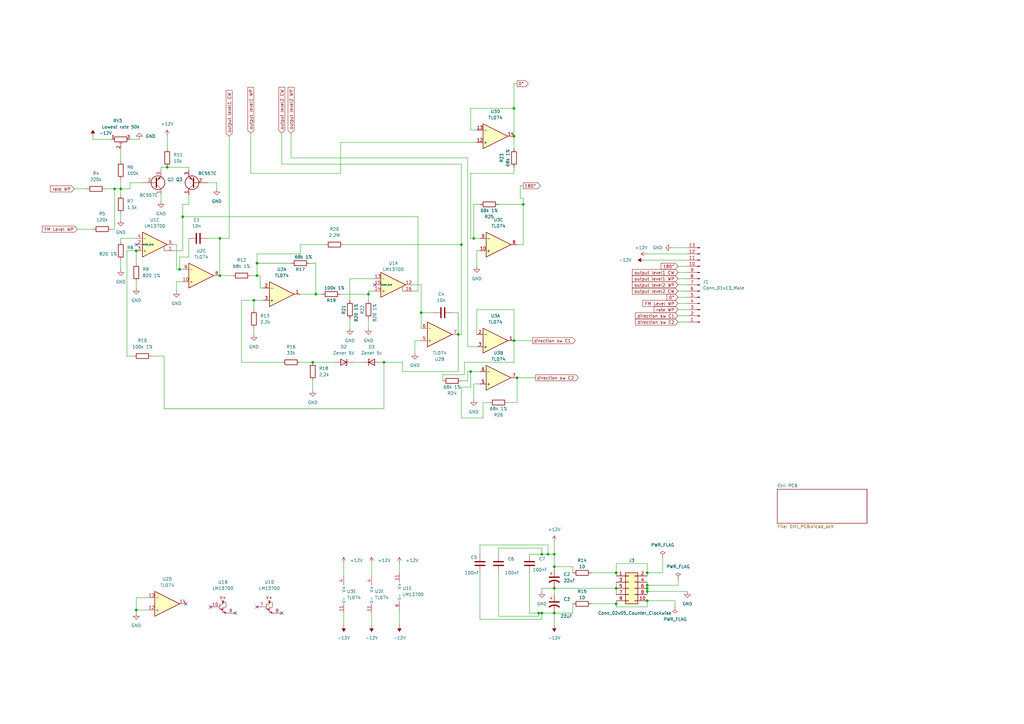
<source format=kicad_sch>
(kicad_sch (version 20211123) (generator eeschema)
  (paper "A3")
  (title_block (title "qudrature lfo yusynth") (date "2023-02-01") (comment 1 "adaptation eurorack"))
  (lib_symbols
    (symbol "Amplifier_Operational:LM13700" (pin_names (offset 0.127))
      (property "Reference" "U" (at 3.81 5.08 0))
      (property "Value" "LM13700" (at 5.08 -5.08 0))
      (symbol "LM13700_1_1"
        (polyline (pts (xy 3.81 -0.635) (xy 3.81 -2.54) (xy 5.08 -2.54)))
        (polyline (pts (xy 5.08 0) (xy -5.08 -5.08) (xy -5.08 5.08) (xy 5.08 0)) (stroke (width 0.254)) (fill (type background)))
        (pin output line (at 7.62 0 180) (length 2.54) (name "~") (number "12"))
        (pin input line (at -7.62 2.54 0) (length 2.54) (name "-") (number "13"))
        (pin input line (at -7.62 -2.54 0) (length 2.54) (name "+") (number "14"))
        (pin input line (at -7.62 0 0) (length 2.54) (name "DIODE_BIAS") (number "15"))
        (pin input line (at 7.62 -2.54 180) (length 2.54) (name "~") (number "16"))
      )
      (symbol "LM13700_2_0"
        (polyline (pts (xy -1.905 2.54) (xy -3.175 2.54)))
      )
      (symbol "LM13700_2_1"
        (circle (center -2.54 1.905) (radius 0.254) (stroke (width 0.254)) (fill (type outline)))
        (polyline (pts (xy -3.81 -0.635) (xy -2.54 -1.27)))
        (polyline (pts (xy -3.81 1.27) (xy -3.81 -1.27)))
        (polyline (pts (xy -2.54 -1.905) (xy -1.27 -2.54)))
        (polyline (pts (xy -2.54 0) (xy -2.54 -2.54)))
        (polyline (pts (xy -3.81 0.635) (xy -2.54 1.27) (xy -2.54 1.905) (xy -2.54 2.54)))
        (polyline (pts (xy -2.54 -1.27) (xy -3.175 -0.635) (xy -3.175 -1.27) (xy -2.54 -1.27)) (fill (type outline)))
        (polyline (pts (xy -2.54 -0.635) (xy -1.27 0) (xy -1.27 1.905) (xy -2.54 1.905)))
        (polyline (pts (xy -1.27 -2.54) (xy -1.905 -1.905) (xy -1.905 -2.54) (xy -1.27 -2.54)) (fill (type outline)))
        (text "V+" (at -2.54 3.81 0) (effects (font (size 1.27 1.27))))
        (pin input line (at -7.62 0 0) (length 3.81) (name "~") (number "10"))
        (pin output line (at 2.54 -2.54 180) (length 3.81) (name "~") (number "9"))
      )
      (symbol "LM13700_3_1"
        (polyline (pts (xy 3.81 -0.635) (xy 3.81 -2.54) (xy 5.08 -2.54)))
        (polyline (pts (xy 5.08 0) (xy -5.08 -5.08) (xy -5.08 5.08) (xy 5.08 0)) (stroke (width 0.254)) (fill (type background)))
        (pin input line (at 7.62 -2.54 180) (length 2.54) (name "~") (number "1"))
        (pin input line (at -7.62 0 0) (length 2.54) (name "DIODE_BIAS") (number "2"))
        (pin input line (at -7.62 -2.54 0) (length 2.54) (name "+") (number "3"))
        (pin input line (at -7.62 2.54 0) (length 2.54) (name "-") (number "4"))
        (pin output line (at 7.62 0 180) (length 2.54) (name "~") (number "5"))
      )
      (symbol "LM13700_4_0"
        (polyline (pts (xy -3.175 2.54) (xy -1.905 2.54)))
        (text "V+" (at -2.54 3.81 0) (effects (font (size 1.27 1.27))))
      )
      (symbol "LM13700_4_1"
        (circle (center -2.54 1.905) (radius 0.254) (stroke (width 0.254)) (fill (type outline)))
        (polyline (pts (xy -3.81 -0.635) (xy -2.54 -1.27)))
        (polyline (pts (xy -3.81 1.27) (xy -3.81 -1.27)))
        (polyline (pts (xy -2.54 -1.905) (xy -1.27 -2.54)))
        (polyline (pts (xy -2.54 0) (xy -2.54 -2.54)))
        (polyline (pts (xy -3.81 0.635) (xy -2.54 1.27) (xy -2.54 2.54)))
        (polyline (pts (xy -2.54 -1.27) (xy -3.175 -0.635) (xy -3.175 -1.27) (xy -2.54 -1.27)) (fill (type outline)))
        (polyline (pts (xy -2.54 -0.635) (xy -1.27 0) (xy -1.27 1.905) (xy -2.54 1.905)))
        (polyline (pts (xy -1.27 -2.54) (xy -1.905 -1.905) (xy -1.905 -2.54) (xy -1.27 -2.54)) (fill (type outline)))
        (pin input line (at -7.62 0 0) (length 3.81) (name "~") (number "7"))
        (pin output line (at 2.54 -2.54 180) (length 3.81) (name "~") (number "8"))
      )
      (symbol "LM13700_5_1"
        (pin power_in line (at -2.54 7.62 270) (length 3.81) (name "V+") (number "11"))
        (pin power_in line (at -2.54 -7.62 90) (length 3.81) (name "V-") (number "6"))
      )
    )
    (symbol "Amplifier_Operational:TL074" (pin_names (offset 0.127))
      (property "Reference" "U" (at 0 5.08 0))
      (property "Value" "TL074" (at 0 -5.08 0))
      (symbol "TL074_1_1"
        (polyline (pts (xy -5.08 5.08) (xy 5.08 0) (xy -5.08 -5.08) (xy -5.08 5.08)) (stroke (width 0.254)) (fill (type background)))
        (pin output line (at 7.62 0 180) (length 2.54) (name "~") (number "1"))
        (pin input line (at -7.62 -2.54 0) (length 2.54) (name "-") (number "2"))
        (pin input line (at -7.62 2.54 0) (length 2.54) (name "+") (number "3"))
      )
      (symbol "TL074_2_1"
        (polyline (pts (xy -5.08 5.08) (xy 5.08 0) (xy -5.08 -5.08) (xy -5.08 5.08)) (stroke (width 0.254)) (fill (type background)))
        (pin input line (at -7.62 2.54 0) (length 2.54) (name "+") (number "5"))
        (pin input line (at -7.62 -2.54 0) (length 2.54) (name "-") (number "6"))
        (pin output line (at 7.62 0 180) (length 2.54) (name "~") (number "7"))
      )
      (symbol "TL074_3_1"
        (polyline (pts (xy -5.08 5.08) (xy 5.08 0) (xy -5.08 -5.08) (xy -5.08 5.08)) (stroke (width 0.254)) (fill (type background)))
        (pin input line (at -7.62 2.54 0) (length 2.54) (name "+") (number "10"))
        (pin output line (at 7.62 0 180) (length 2.54) (name "~") (number "8"))
        (pin input line (at -7.62 -2.54 0) (length 2.54) (name "-") (number "9"))
      )
      (symbol "TL074_4_1"
        (polyline (pts (xy -5.08 5.08) (xy 5.08 0) (xy -5.08 -5.08) (xy -5.08 5.08)) (stroke (width 0.254)) (fill (type background)))
        (pin input line (at -7.62 2.54 0) (length 2.54) (name "+") (number "12"))
        (pin input line (at -7.62 -2.54 0) (length 2.54) (name "-") (number "13"))
        (pin output line (at 7.62 0 180) (length 2.54) (name "~") (number "14"))
      )
      (symbol "TL074_5_1"
        (pin power_in line (at -2.54 -7.62 90) (length 3.81) (name "V-") (number "11"))
        (pin power_in line (at -2.54 7.62 270) (length 3.81) (name "V+") (number "4"))
      )
    )
    (symbol "Connector:Conn_01x13_Male" (pin_names (offset 1.016) hide)
      (property "Reference" "J" (at 0 17.78 0))
      (property "Value" "Conn_01x13_Male" (at 0 -17.78 0))
      (symbol "Conn_01x13_Male_1_1"
        (polyline (pts (xy 1.27 -15.24) (xy 0.8636 -15.24)) (stroke (width 0.1524)))
        (polyline (pts (xy 1.27 -12.7) (xy 0.8636 -12.7)) (stroke (width 0.1524)))
        (polyline (pts (xy 1.27 -10.16) (xy 0.8636 -10.16)) (stroke (width 0.1524)))
        (polyline (pts (xy 1.27 -7.62) (xy 0.8636 -7.62)) (stroke (width 0.1524)))
        (polyline (pts (xy 1.27 -5.08) (xy 0.8636 -5.08)) (stroke (width 0.1524)))
        (polyline (pts (xy 1.27 -2.54) (xy 0.8636 -2.54)) (stroke (width 0.1524)))
        (polyline (pts (xy 1.27 0) (xy 0.8636 0)) (stroke (width 0.1524)))
        (polyline (pts (xy 1.27 2.54) (xy 0.8636 2.54)) (stroke (width 0.1524)))
        (polyline (pts (xy 1.27 5.08) (xy 0.8636 5.08)) (stroke (width 0.1524)))
        (polyline (pts (xy 1.27 7.62) (xy 0.8636 7.62)) (stroke (width 0.1524)))
        (polyline (pts (xy 1.27 10.16) (xy 0.8636 10.16)) (stroke (width 0.1524)))
        (polyline (pts (xy 1.27 12.7) (xy 0.8636 12.7)) (stroke (width 0.1524)))
        (polyline (pts (xy 1.27 15.24) (xy 0.8636 15.24)) (stroke (width 0.1524)))
        (rectangle (start 0.8636 -15.113) (end 0 -15.367) (stroke (width 0.1524)) (fill (type outline)))
        (rectangle (start 0.8636 -12.573) (end 0 -12.827) (stroke (width 0.1524)) (fill (type outline)))
        (rectangle (start 0.8636 -10.033) (end 0 -10.287) (stroke (width 0.1524)) (fill (type outline)))
        (rectangle (start 0.8636 -7.493) (end 0 -7.747) (stroke (width 0.1524)) (fill (type outline)))
        (rectangle (start 0.8636 -4.953) (end 0 -5.207) (stroke (width 0.1524)) (fill (type outline)))
        (rectangle (start 0.8636 -2.413) (end 0 -2.667) (stroke (width 0.1524)) (fill (type outline)))
        (rectangle (start 0.8636 0.127) (end 0 -0.127) (stroke (width 0.1524)) (fill (type outline)))
        (rectangle (start 0.8636 2.667) (end 0 2.413) (stroke (width 0.1524)) (fill (type outline)))
        (rectangle (start 0.8636 5.207) (end 0 4.953) (stroke (width 0.1524)) (fill (type outline)))
        (rectangle (start 0.8636 7.747) (end 0 7.493) (stroke (width 0.1524)) (fill (type outline)))
        (rectangle (start 0.8636 10.287) (end 0 10.033) (stroke (width 0.1524)) (fill (type outline)))
        (rectangle (start 0.8636 12.827) (end 0 12.573) (stroke (width 0.1524)) (fill (type outline)))
        (rectangle (start 0.8636 15.367) (end 0 15.113) (stroke (width 0.1524)) (fill (type outline)))
        (pin passive line (at 5.08 15.24 180) (length 3.81) (name "Pin_1") (number "1"))
        (pin passive line (at 5.08 -7.62 180) (length 3.81) (name "Pin_10") (number "10"))
        (pin passive line (at 5.08 -10.16 180) (length 3.81) (name "Pin_11") (number "11"))
        (pin passive line (at 5.08 -12.7 180) (length 3.81) (name "Pin_12") (number "12"))
        (pin passive line (at 5.08 -15.24 180) (length 3.81) (name "Pin_13") (number "13"))
        (pin passive line (at 5.08 12.7 180) (length 3.81) (name "Pin_2") (number "2"))
        (pin passive line (at 5.08 10.16 180) (length 3.81) (name "Pin_3") (number "3"))
        (pin passive line (at 5.08 7.62 180) (length 3.81) (name "Pin_4") (number "4"))
        (pin passive line (at 5.08 5.08 180) (length 3.81) (name "Pin_5") (number "5"))
        (pin passive line (at 5.08 2.54 180) (length 3.81) (name "Pin_6") (number "6"))
        (pin passive line (at 5.08 0 180) (length 3.81) (name "Pin_7") (number "7"))
        (pin passive line (at 5.08 -2.54 180) (length 3.81) (name "Pin_8") (number "8"))
        (pin passive line (at 5.08 -5.08 180) (length 3.81) (name "Pin_9") (number "9"))
      )
    )
    (symbol "Connector_Generic:Conn_02x05_Odd_Even" (pin_names (offset 1.016) hide)
      (property "Reference" "J" (at 1.27 7.62 0))
      (property "Value" "Conn_02x05_Odd_Even" (at 1.27 -7.62 0))
      (symbol "Conn_02x05_Odd_Even_1_1"
        (rectangle (start -1.27 -4.953) (end 0 -5.207) (stroke (width 0.1524)))
        (rectangle (start -1.27 -2.413) (end 0 -2.667) (stroke (width 0.1524)))
        (rectangle (start -1.27 0.127) (end 0 -0.127) (stroke (width 0.1524)))
        (rectangle (start -1.27 2.667) (end 0 2.413) (stroke (width 0.1524)))
        (rectangle (start -1.27 5.207) (end 0 4.953) (stroke (width 0.1524)))
        (rectangle (start -1.27 6.35) (end 3.81 -6.35) (stroke (width 0.254)) (fill (type background)))
        (rectangle (start 3.81 -4.953) (end 2.54 -5.207) (stroke (width 0.1524)))
        (rectangle (start 3.81 -2.413) (end 2.54 -2.667) (stroke (width 0.1524)))
        (rectangle (start 3.81 0.127) (end 2.54 -0.127) (stroke (width 0.1524)))
        (rectangle (start 3.81 2.667) (end 2.54 2.413) (stroke (width 0.1524)))
        (rectangle (start 3.81 5.207) (end 2.54 4.953) (stroke (width 0.1524)))
        (pin passive line (at -5.08 5.08 0) (length 3.81) (name "Pin_1") (number "1"))
        (pin passive line (at 7.62 -5.08 180) (length 3.81) (name "Pin_10") (number "10"))
        (pin passive line (at 7.62 5.08 180) (length 3.81) (name "Pin_2") (number "2"))
        (pin passive line (at -5.08 2.54 0) (length 3.81) (name "Pin_3") (number "3"))
        (pin passive line (at 7.62 2.54 180) (length 3.81) (name "Pin_4") (number "4"))
        (pin passive line (at -5.08 0 0) (length 3.81) (name "Pin_5") (number "5"))
        (pin passive line (at 7.62 0 180) (length 3.81) (name "Pin_6") (number "6"))
        (pin passive line (at -5.08 -2.54 0) (length 3.81) (name "Pin_7") (number "7"))
        (pin passive line (at 7.62 -2.54 180) (length 3.81) (name "Pin_8") (number "8"))
        (pin passive line (at -5.08 -5.08 0) (length 3.81) (name "Pin_9") (number "9"))
      )
    )
    (symbol "Device:C" (pin_numbers hide) (pin_names (offset 0.254))
      (property "Reference" "C" (at 0.635 2.54 0))
      (property "Value" "C" (at 0.635 -2.54 0))
      (symbol "C_0_1"
        (polyline (pts (xy -2.032 -0.762) (xy 2.032 -0.762)) (stroke (width 0.508)))
        (polyline (pts (xy -2.032 0.762) (xy 2.032 0.762)) (stroke (width 0.508)))
      )
      (symbol "C_1_1"
        (pin passive line (at 0 3.81 270) (length 2.794) (name "~") (number "1"))
        (pin passive line (at 0 -3.81 90) (length 2.794) (name "~") (number "2"))
      )
    )
    (symbol "Device:C_Polarized_US" (pin_numbers hide) (pin_names (offset 0.254) hide)
      (property "Reference" "C" (at 0.635 2.54 0))
      (property "Value" "C_Polarized_US" (at 0.635 -2.54 0))
      (symbol "C_Polarized_US_0_1"
        (polyline (pts (xy -2.032 0.762) (xy 2.032 0.762)) (stroke (width 0.508)))
        (polyline (pts (xy -1.778 2.286) (xy -0.762 2.286)))
        (polyline (pts (xy -1.27 1.778) (xy -1.27 2.794)))
        (arc (start 2.032 -1.27) (mid 0 -0.5572) (end -2.032 -1.27) (stroke (width 0.508)))
      )
      (symbol "C_Polarized_US_1_1"
        (pin passive line (at 0 3.81 270) (length 2.794) (name "~") (number "1"))
        (pin passive line (at 0 -3.81 90) (length 3.302) (name "~") (number "2"))
      )
    )
    (symbol "Device:D_Zener" (pin_numbers hide) (pin_names (offset 1.016) hide)
      (property "Reference" "D" (at 0 2.54 0))
      (property "Value" "D_Zener" (at 0 -2.54 0))
      (symbol "D_Zener_0_1"
        (polyline (pts (xy 1.27 0) (xy -1.27 0)))
        (polyline (pts (xy -1.27 -1.27) (xy -1.27 1.27) (xy -0.762 1.27)) (stroke (width 0.254)))
        (polyline (pts (xy 1.27 -1.27) (xy 1.27 1.27) (xy -1.27 0) (xy 1.27 -1.27)) (stroke (width 0.254)))
      )
      (symbol "D_Zener_1_1"
        (pin passive line (at -3.81 0 0) (length 2.54) (name "K") (number "1"))
        (pin passive line (at 3.81 0 180) (length 2.54) (name "A") (number "2"))
      )
    )
    (symbol "Device:R" (pin_numbers hide) (pin_names (offset 0))
      (property "Reference" "R" (at 2.032 0 90))
      (property "Value" "R" (at 0 0 90))
      (symbol "R_0_1"
        (rectangle (start -1.016 -2.54) (end 1.016 2.54) (stroke (width 0.254)))
      )
      (symbol "R_1_1"
        (pin passive line (at 0 3.81 270) (length 1.27) (name "~") (number "1"))
        (pin passive line (at 0 -3.81 90) (length 1.27) (name "~") (number "2"))
      )
    )
    (symbol "Device:R_Potentiometer_Trim" (pin_names (offset 1.016) hide)
      (property "Reference" "RV" (at -4.445 0 90))
      (property "Value" "R_Potentiometer_Trim" (at -2.54 0 90))
      (symbol "R_Potentiometer_Trim_0_1"
        (polyline (pts (xy 1.524 0.762) (xy 1.524 -0.762)))
        (polyline (pts (xy 2.54 0) (xy 1.524 0)))
        (rectangle (start 1.016 2.54) (end -1.016 -2.54) (stroke (width 0.254)))
      )
      (symbol "R_Potentiometer_Trim_1_1"
        (pin passive line (at 0 3.81 270) (length 1.27) (name "1") (number "1"))
        (pin passive line (at 3.81 0 180) (length 1.27) (name "2") (number "2"))
        (pin passive line (at 0 -3.81 90) (length 1.27) (name "3") (number "3"))
      )
    )
    (symbol "Transistor_BJT:BC557" (pin_names (offset 0) hide)
      (property "Reference" "Q" (at 5.08 1.905 0))
      (property "Value" "BC557" (at 5.08 0 0))
      (symbol "BC557_0_1"
        (polyline (pts (xy 0.635 0.635) (xy 2.54 2.54)))
        (polyline (pts (xy 0.635 -0.635) (xy 2.54 -2.54) (xy 2.54 -2.54)))
        (polyline (pts (xy 0.635 1.905) (xy 0.635 -1.905) (xy 0.635 -1.905)) (stroke (width 0.508)))
        (polyline (pts (xy 2.286 -1.778) (xy 1.778 -2.286) (xy 1.27 -1.27) (xy 2.286 -1.778) (xy 2.286 -1.778)) (fill (type outline)))
        (circle (center 1.27 0) (radius 2.8194) (stroke (width 0.254)))
      )
      (symbol "BC557_1_1"
        (pin passive line (at 2.54 5.08 270) (length 2.54) (name "C") (number "1"))
        (pin input line (at -5.08 0 0) (length 5.715) (name "B") (number "2"))
        (pin passive line (at 2.54 -5.08 90) (length 2.54) (name "E") (number "3"))
      )
    )
    (symbol "power:+12V" (power) (pin_names (offset 0))
      (property "Value" "+12V" (at 0 3.556 0))
      (symbol "+12V_0_1"
        (polyline (pts (xy -0.762 1.27) (xy 0 2.54)))
        (polyline (pts (xy 0 0) (xy 0 2.54)))
        (polyline (pts (xy 0 2.54) (xy 0.762 1.27)))
      )
      (symbol "+12V_1_1"
        (pin power_in line (at 0 0 90) (length 0) hide (name "+12V") (number "1"))
      )
    )
    (symbol "power:-12V" (power) (pin_names (offset 0))
      (property "Value" "-12V" (at 0 3.81 0))
      (symbol "-12V_0_0"
        (pin power_in line (at 0 0 90) (length 0) hide (name "-12V") (number "1"))
      )
      (symbol "-12V_0_1"
        (polyline (pts (xy 0 0) (xy 0 1.27) (xy 0.762 1.27) (xy 0 2.54) (xy -0.762 1.27) (xy 0 1.27)) (fill (type outline)))
      )
    )
    (symbol "power:GND" (power) (pin_names (offset 0))
      (property "Value" "GND" (at 0 -3.81 0))
      (symbol "GND_0_1"
        (polyline (pts (xy 0 0) (xy 0 -1.27) (xy 1.27 -1.27) (xy 0 -2.54) (xy -1.27 -1.27) (xy 0 -1.27)))
      )
      (symbol "GND_1_1"
        (pin power_in line (at 0 0 270) (length 0) hide (name "GND") (number "1"))
      )
    )
    (symbol "power:PWR_FLAG" (power) (pin_numbers hide) (pin_names (offset 0) hide)
      (property "Value" "PWR_FLAG" (at 0 3.81 0))
      (symbol "PWR_FLAG_0_0"
        (pin power_out line (at 0 0 90) (length 0) (name "pwr") (number "1"))
      )
      (symbol "PWR_FLAG_0_1"
        (polyline (pts (xy 0 0) (xy 0 1.27) (xy -1.016 1.905) (xy 0 2.54) (xy 1.016 1.905) (xy 0 1.27)))
      )
    )
  )
  (junction (at 222.25 227.33))
  (junction (at 194.31 97.79))
  (junction (at 73.66 110.49))
  (junction (at 265.43 246.38))
  (junction (at 105.41 113.03))
  (junction (at 90.17 113.03))
  (junction (at 129.54 120.65))
  (junction (at 227.33 232.41))
  (junction (at 252.73 234.95))
  (junction (at 104.14 123.19))
  (junction (at 265.43 242.57))
  (junction (at 252.73 247.65))
  (junction (at 68.58 68.58))
  (junction (at 55.88 102.87))
  (junction (at 74.93 88.9))
  (junction (at 55.88 250.19))
  (junction (at 265.43 240.03))
  (junction (at 189.23 100.33))
  (junction (at 49.53 77.47))
  (junction (at 46.99 77.47))
  (junction (at 265.43 234.95))
  (junction (at 212.09 154.94))
  (junction (at 210.82 44.45))
  (junction (at 222.25 251.46))
  (junction (at 227.33 241.3))
  (junction (at 265.43 241.3))
  (junction (at 105.41 107.95))
  (junction (at 224.79 227.33))
  (junction (at 90.17 97.79))
  (junction (at 252.73 241.3))
  (junction (at 214.63 83.82))
  (junction (at 187.96 137.16))
  (junction (at 227.33 251.46))
  (junction (at 157.48 148.59))
  (junction (at 128.27 148.59))
  (junction (at 210.82 55.88))
  (junction (at 193.04 152.4))
  (junction (at 210.82 139.7))
  (junction (at 151.13 120.65))
  (junction (at 220.98 251.46))
  (junction (at 172.72 128.27))
  (junction (at 227.33 227.33))
  (no_connect (at 55.88 100.33))
  (no_connect (at 153.67 116.84))
  (no_connect (at 96.52 251.46))
  (no_connect (at 86.36 248.92))
  (no_connect (at 105.41 248.92))
  (no_connect (at 115.57 251.46))
  (no_connect (at 76.2 247.65))
  (wire (pts (xy 271.78 228.6) (xy 271.78 234.95)))
  (wire (pts (xy 55.88 250.19) (xy 60.96 250.19)))
  (wire (pts (xy 90.17 113.03) (xy 90.17 97.79)))
  (wire (pts (xy 52.07 146.05) (xy 52.07 102.87)))
  (wire (pts (xy 212.09 100.33) (xy 214.63 100.33)))
  (wire (pts (xy 53.34 57.15) (xy 57.15 57.15)))
  (wire (pts (xy 214.63 81.28) (xy 214.63 83.82)))
  (wire (pts (xy 189.23 67.31) (xy 189.23 100.33)))
  (wire (pts (xy 168.91 116.84) (xy 172.72 116.84)))
  (wire (pts (xy 214.63 100.33) (xy 214.63 83.82)))
  (wire (pts (xy 187.96 137.16) (xy 189.23 137.16)))
  (wire (pts (xy 252.73 248.92) (xy 265.43 248.92)))
  (wire (pts (xy 93.98 55.88) (xy 93.98 97.79)))
  (wire (pts (xy 217.17 227.33) (xy 222.25 227.33)))
  (wire (pts (xy 265.43 240.03) (xy 265.43 241.3)))
  (wire (pts (xy 71.12 100.33) (xy 72.39 100.33)))
  (wire (pts (xy 196.85 83.82) (xy 194.31 83.82)))
  (wire (pts (xy 278.13 124.46) (xy 281.94 124.46)))
  (wire (pts (xy 99.06 123.19) (xy 104.14 123.19)))
  (wire (pts (xy 49.53 73.66) (xy 49.53 77.47)))
  (wire (pts (xy 102.87 54.61) (xy 102.87 71.12)))
  (wire (pts (xy 204.47 224.79) (xy 204.47 227.33)))
  (wire (pts (xy 234.95 232.41) (xy 227.33 232.41)))
  (wire (pts (xy 153.67 114.3) (xy 143.51 114.3)))
  (wire (pts (xy 74.93 115.57) (xy 72.39 115.57)))
  (wire (pts (xy 278.13 116.84) (xy 281.94 116.84)))
  (wire (pts (xy 265.43 241.3) (xy 265.43 242.57)))
  (wire (pts (xy 105.41 104.14) (xy 105.41 107.95)))
  (wire (pts (xy 252.73 241.3) (xy 252.73 243.84)))
  (wire (pts (xy 208.28 165.1) (xy 212.09 165.1)))
  (wire (pts (xy 119.38 54.61) (xy 119.38 64.77)))
  (wire (pts (xy 49.53 87.63) (xy 49.53 90.17)))
  (wire (pts (xy 129.54 120.65) (xy 129.54 107.95)))
  (wire (pts (xy 227.33 251.46) (xy 234.95 251.46)))
  (wire (pts (xy 222.25 251.46) (xy 227.33 251.46)))
  (wire (pts (xy 210.82 68.58) (xy 210.82 71.12)))
  (wire (pts (xy 139.7 120.65) (xy 151.13 120.65)))
  (wire (pts (xy 200.66 165.1) (xy 198.12 165.1)))
  (wire (pts (xy 189.23 171.45) (xy 189.23 158.75)))
  (wire (pts (xy 252.73 231.14) (xy 265.43 231.14)))
  (wire (pts (xy 85.09 74.93) (xy 88.9 74.93)))
  (wire (pts (xy 278.13 111.76) (xy 281.94 111.76)))
  (wire (pts (xy 62.23 146.05) (xy 67.31 146.05)))
  (wire (pts (xy 181.61 153.67) (xy 190.5 153.67)))
  (wire (pts (xy 195.58 137.16) (xy 195.58 127)))
  (wire (pts (xy 193.04 44.45) (xy 210.82 44.45)))
  (wire (pts (xy 115.57 67.31) (xy 189.23 67.31)))
  (wire (pts (xy 194.31 83.82) (xy 194.31 97.79)))
  (wire (pts (xy 217.17 251.46) (xy 220.98 251.46)))
  (wire (pts (xy 163.83 250.19) (xy 163.83 256.54)))
  (wire (pts (xy 227.33 222.25) (xy 227.33 227.33)))
  (wire (pts (xy 151.13 120.65) (xy 151.13 123.19)))
  (wire (pts (xy 90.17 113.03) (xy 95.25 113.03)))
  (wire (pts (xy 222.25 241.3) (xy 227.33 241.3)))
  (wire (pts (xy 77.47 69.85) (xy 77.47 68.58)))
  (wire (pts (xy 220.98 251.46) (xy 222.25 251.46)))
  (wire (pts (xy 252.73 247.65) (xy 252.73 248.92)))
  (wire (pts (xy 278.13 121.92) (xy 281.94 121.92)))
  (wire (pts (xy 275.59 101.6) (xy 281.94 101.6)))
  (wire (pts (xy 195.58 58.42) (xy 139.7 58.42)))
  (wire (pts (xy 172.72 116.84) (xy 172.72 128.27)))
  (wire (pts (xy 55.88 245.11) (xy 55.88 250.19)))
  (wire (pts (xy 163.83 231.14) (xy 163.83 234.95)))
  (wire (pts (xy 276.86 246.38) (xy 265.43 246.38)))
  (wire (pts (xy 172.72 128.27) (xy 177.8 128.27)))
  (wire (pts (xy 67.31 167.64) (xy 67.31 146.05)))
  (wire (pts (xy 193.04 97.79) (xy 194.31 97.79)))
  (wire (pts (xy 227.33 241.3) (xy 252.73 241.3)))
  (wire (pts (xy 196.85 102.87) (xy 195.58 102.87)))
  (wire (pts (xy 115.57 54.61) (xy 115.57 67.31)))
  (wire (pts (xy 49.53 106.68) (xy 49.53 110.49)))
  (wire (pts (xy 204.47 234.95) (xy 204.47 252.73)))
  (wire (pts (xy 252.73 234.95) (xy 252.73 236.22)))
  (wire (pts (xy 151.13 120.65) (xy 151.13 119.38)))
  (wire (pts (xy 212.09 154.94) (xy 219.71 154.94)))
  (wire (pts (xy 210.82 34.29) (xy 210.82 44.45)))
  (wire (pts (xy 140.97 231.14) (xy 140.97 236.22)))
  (wire (pts (xy 143.51 130.81) (xy 143.51 134.62)))
  (wire (pts (xy 252.73 246.38) (xy 252.73 247.65)))
  (wire (pts (xy 196.85 234.95) (xy 196.85 254)))
  (wire (pts (xy 165.1 152.4) (xy 187.96 152.4)))
  (wire (pts (xy 212.09 34.29) (xy 210.82 34.29)))
  (wire (pts (xy 30.48 77.47) (xy 35.56 77.47)))
  (wire (pts (xy 74.93 83.82) (xy 74.93 88.9)))
  (wire (pts (xy 143.51 114.3) (xy 143.51 123.19)))
  (wire (pts (xy 222.25 224.79) (xy 222.25 227.33)))
  (wire (pts (xy 195.58 102.87) (xy 195.58 109.22)))
  (wire (pts (xy 191.77 142.24) (xy 195.58 142.24)))
  (wire (pts (xy 66.04 68.58) (xy 66.04 69.85)))
  (wire (pts (xy 278.13 237.49) (xy 278.13 240.03)))
  (wire (pts (xy 123.19 104.14) (xy 105.41 104.14)))
  (wire (pts (xy 242.57 234.95) (xy 252.73 234.95)))
  (wire (pts (xy 127 107.95) (xy 129.54 107.95)))
  (wire (pts (xy 212.09 154.94) (xy 212.09 165.1)))
  (wire (pts (xy 72.39 110.49) (xy 73.66 110.49)))
  (wire (pts (xy 265.43 242.57) (xy 281.94 242.57)))
  (wire (pts (xy 204.47 83.82) (xy 214.63 83.82)))
  (wire (pts (xy 128.27 156.21) (xy 128.27 160.02)))
  (wire (pts (xy 196.85 152.4) (xy 193.04 152.4)))
  (wire (pts (xy 90.17 97.79) (xy 93.98 97.79)))
  (wire (pts (xy 74.93 88.9) (xy 171.45 88.9)))
  (wire (pts (xy 68.58 68.58) (xy 77.47 68.58)))
  (wire (pts (xy 55.88 102.87) (xy 55.88 107.95)))
  (wire (pts (xy 210.82 44.45) (xy 210.82 55.88)))
  (wire (pts (xy 213.36 76.2) (xy 213.36 81.28)))
  (wire (pts (xy 140.97 251.46) (xy 140.97 256.54)))
  (wire (pts (xy 152.4 251.46) (xy 152.4 256.54)))
  (wire (pts (xy 227.33 232.41) (xy 227.33 233.68)))
  (wire (pts (xy 49.53 60.96) (xy 49.53 66.04)))
  (wire (pts (xy 54.61 146.05) (xy 52.07 146.05)))
  (wire (pts (xy 107.95 123.19) (xy 104.14 123.19)))
  (wire (pts (xy 265.43 236.22) (xy 265.43 234.95)))
  (wire (pts (xy 170.18 139.7) (xy 170.18 144.78)))
  (wire (pts (xy 172.72 128.27) (xy 172.72 134.62)))
  (wire (pts (xy 133.35 100.33) (xy 123.19 100.33)))
  (wire (pts (xy 43.18 77.47) (xy 46.99 77.47)))
  (wire (pts (xy 68.58 68.58) (xy 66.04 68.58)))
  (wire (pts (xy 194.31 157.48) (xy 194.31 163.83)))
  (wire (pts (xy 105.41 113.03) (xy 106.68 113.03)))
  (wire (pts (xy 181.61 156.21) (xy 181.61 153.67)))
  (wire (pts (xy 71.12 102.87) (xy 74.93 102.87)))
  (wire (pts (xy 264.16 106.68) (xy 281.94 106.68)))
  (wire (pts (xy 157.48 148.59) (xy 157.48 167.64)))
  (wire (pts (xy 88.9 74.93) (xy 88.9 77.47)))
  (wire (pts (xy 99.06 148.59) (xy 99.06 123.19)))
  (wire (pts (xy 278.13 132.08) (xy 281.94 132.08)))
  (wire (pts (xy 210.82 55.88) (xy 210.82 60.96)))
  (wire (pts (xy 242.57 247.65) (xy 252.73 247.65)))
  (wire (pts (xy 55.88 115.57) (xy 55.88 118.11)))
  (wire (pts (xy 224.79 227.33) (xy 227.33 227.33)))
  (wire (pts (xy 49.53 97.79) (xy 49.53 99.06)))
  (wire (pts (xy 72.39 115.57) (xy 72.39 119.38)))
  (wire (pts (xy 185.42 128.27) (xy 187.96 128.27)))
  (wire (pts (xy 171.45 88.9) (xy 171.45 119.38)))
  (wire (pts (xy 265.43 242.57) (xy 265.43 243.84)))
  (wire (pts (xy 77.47 83.82) (xy 77.47 80.01)))
  (wire (pts (xy 189.23 137.16) (xy 189.23 100.33)))
  (wire (pts (xy 49.53 77.47) (xy 53.34 77.47)))
  (wire (pts (xy 189.23 158.75) (xy 193.04 158.75)))
  (wire (pts (xy 227.33 227.33) (xy 227.33 232.41)))
  (wire (pts (xy 265.43 246.38) (xy 265.43 248.92)))
  (wire (pts (xy 187.96 128.27) (xy 187.96 137.16)))
  (wire (pts (xy 198.12 171.45) (xy 189.23 171.45)))
  (wire (pts (xy 123.19 100.33) (xy 123.19 104.14)))
  (wire (pts (xy 190.5 148.59) (xy 210.82 148.59)))
  (wire (pts (xy 123.19 148.59) (xy 128.27 148.59)))
  (wire (pts (xy 38.1 55.88) (xy 38.1 57.15)))
  (wire (pts (xy 224.79 223.52) (xy 224.79 227.33)))
  (wire (pts (xy 73.66 105.41) (xy 73.66 110.49)))
  (wire (pts (xy 119.38 107.95) (xy 105.41 107.95)))
  (wire (pts (xy 204.47 252.73) (xy 220.98 252.73)))
  (wire (pts (xy 193.04 152.4) (xy 191.77 152.4)))
  (wire (pts (xy 68.58 55.88) (xy 68.58 60.96)))
  (wire (pts (xy 129.54 120.65) (xy 132.08 120.65)))
  (wire (pts (xy 74.93 102.87) (xy 74.93 88.9)))
  (wire (pts (xy 210.82 139.7) (xy 210.82 148.59)))
  (wire (pts (xy 196.85 223.52) (xy 196.85 227.33)))
  (wire (pts (xy 168.91 119.38) (xy 171.45 119.38)))
  (wire (pts (xy 156.21 148.59) (xy 157.48 148.59)))
  (wire (pts (xy 119.38 64.77) (xy 191.77 64.77)))
  (wire (pts (xy 278.13 114.3) (xy 281.94 114.3)))
  (wire (pts (xy 265.43 104.14) (xy 281.94 104.14)))
  (wire (pts (xy 58.42 74.93) (xy 53.34 74.93)))
  (wire (pts (xy 104.14 123.19) (xy 104.14 127)))
  (wire (pts (xy 107.95 118.11) (xy 106.68 118.11)))
  (wire (pts (xy 193.04 158.75) (xy 193.04 152.4)))
  (wire (pts (xy 46.99 77.47) (xy 46.99 93.98)))
  (wire (pts (xy 77.47 105.41) (xy 73.66 105.41)))
  (wire (pts (xy 198.12 165.1) (xy 198.12 171.45)))
  (wire (pts (xy 106.68 118.11) (xy 106.68 113.03)))
  (wire (pts (xy 278.13 109.22) (xy 281.94 109.22)))
  (wire (pts (xy 53.34 74.93) (xy 53.34 77.47)))
  (wire (pts (xy 193.04 71.12) (xy 193.04 97.79)))
  (wire (pts (xy 187.96 152.4) (xy 187.96 137.16)))
  (wire (pts (xy 214.63 76.2) (xy 213.36 76.2)))
  (wire (pts (xy 105.41 107.95) (xy 105.41 113.03)))
  (wire (pts (xy 74.93 83.82) (xy 77.47 83.82)))
  (wire (pts (xy 157.48 167.64) (xy 67.31 167.64)))
  (wire (pts (xy 60.96 245.11) (xy 55.88 245.11)))
  (wire (pts (xy 55.88 250.19) (xy 55.88 251.46)))
  (wire (pts (xy 194.31 97.79) (xy 196.85 97.79)))
  (wire (pts (xy 210.82 127) (xy 210.82 139.7)))
  (wire (pts (xy 191.77 156.21) (xy 189.23 156.21)))
  (wire (pts (xy 195.58 127) (xy 210.82 127)))
  (wire (pts (xy 151.13 130.81) (xy 151.13 134.62)))
  (wire (pts (xy 196.85 223.52) (xy 224.79 223.52)))
  (wire (pts (xy 210.82 71.12) (xy 193.04 71.12)))
  (wire (pts (xy 265.43 234.95) (xy 265.43 231.14)))
  (wire (pts (xy 213.36 81.28) (xy 214.63 81.28)))
  (wire (pts (xy 210.82 139.7) (xy 218.44 139.7)))
  (wire (pts (xy 227.33 241.3) (xy 227.33 243.84)))
  (wire (pts (xy 72.39 100.33) (xy 72.39 110.49)))
  (wire (pts (xy 278.13 119.38) (xy 281.94 119.38)))
  (wire (pts (xy 220.98 251.46) (xy 220.98 252.73)))
  (wire (pts (xy 234.95 234.95) (xy 234.95 232.41)))
  (wire (pts (xy 271.78 234.95) (xy 265.43 234.95)))
  (wire (pts (xy 222.25 227.33) (xy 224.79 227.33)))
  (wire (pts (xy 38.1 57.15) (xy 45.72 57.15)))
  (wire (pts (xy 196.85 254) (xy 222.25 254)))
  (wire (pts (xy 128.27 148.59) (xy 137.16 148.59)))
  (wire (pts (xy 252.73 231.14) (xy 252.73 234.95)))
  (wire (pts (xy 104.14 134.62) (xy 104.14 137.16)))
  (wire (pts (xy 217.17 234.95) (xy 217.17 251.46)))
  (wire (pts (xy 252.73 238.76) (xy 252.73 241.3)))
  (wire (pts (xy 222.25 251.46) (xy 222.25 254)))
  (wire (pts (xy 278.13 240.03) (xy 265.43 240.03)))
  (wire (pts (xy 196.85 157.48) (xy 194.31 157.48)))
  (wire (pts (xy 144.78 148.59) (xy 148.59 148.59)))
  (wire (pts (xy 193.04 53.34) (xy 193.04 44.45)))
  (wire (pts (xy 139.7 58.42) (xy 139.7 71.12)))
  (wire (pts (xy 31.75 93.98) (xy 38.1 93.98)))
  (wire (pts (xy 152.4 231.14) (xy 152.4 236.22)))
  (wire (pts (xy 204.47 224.79) (xy 222.25 224.79)))
  (wire (pts (xy 49.53 77.47) (xy 49.53 80.01)))
  (wire (pts (xy 46.99 77.47) (xy 49.53 77.47)))
  (wire (pts (xy 172.72 139.7) (xy 170.18 139.7)))
  (wire (pts (xy 52.07 102.87) (xy 55.88 102.87)))
  (wire (pts (xy 115.57 148.59) (xy 99.06 148.59)))
  (wire (pts (xy 73.66 110.49) (xy 74.93 110.49)))
  (wire (pts (xy 55.88 97.79) (xy 49.53 97.79)))
  (wire (pts (xy 66.04 80.01) (xy 66.04 82.55)))
  (wire (pts (xy 191.77 152.4) (xy 191.77 156.21)))
  (wire (pts (xy 222.25 242.57) (xy 222.25 241.3)))
  (wire (pts (xy 227.33 251.46) (xy 227.33 256.54)))
  (wire (pts (xy 140.97 100.33) (xy 189.23 100.33)))
  (wire (pts (xy 276.86 248.92) (xy 276.86 246.38)))
  (wire (pts (xy 278.13 129.54) (xy 281.94 129.54)))
  (wire (pts (xy 278.13 127) (xy 281.94 127)))
  (wire (pts (xy 85.09 97.79) (xy 90.17 97.79)))
  (wire (pts (xy 157.48 148.59) (xy 165.1 148.59)))
  (wire (pts (xy 77.47 97.79) (xy 77.47 105.41)))
  (wire (pts (xy 102.87 113.03) (xy 105.41 113.03)))
  (wire (pts (xy 265.43 238.76) (xy 265.43 240.03)))
  (wire (pts (xy 102.87 71.12) (xy 139.7 71.12)))
  (wire (pts (xy 195.58 53.34) (xy 193.04 53.34)))
  (wire (pts (xy 191.77 64.77) (xy 191.77 142.24)))
  (wire (pts (xy 123.19 120.65) (xy 129.54 120.65)))
  (wire (pts (xy 151.13 119.38) (xy 153.67 119.38)))
  (wire (pts (xy 234.95 247.65) (xy 234.95 251.46)))
  (wire (pts (xy 165.1 148.59) (xy 165.1 152.4)))
  (wire (pts (xy 190.5 153.67) (xy 190.5 148.59)))
  (wire (pts (xy 45.72 93.98) (xy 46.99 93.98)))
  (global_label "output level1 CW" (shape input) (at 93.98 55.88 90) (property "Références Inter-Feuilles" "${INTERSHEET_REFS}" (effects hide)))
  (global_label "output level1 CW" (shape input) (at 278.13 111.76 180) (property "Références Inter-Feuilles" "${INTERSHEET_REFS}" (effects hide)))
  (global_label "FM Level WP" (shape input) (at 278.13 124.46 180) (property "Références Inter-Feuilles" "${INTERSHEET_REFS}" (effects hide)))
  (global_label "direction sw C1" (shape input) (at 278.13 129.54 180) (property "Références Inter-Feuilles" "${INTERSHEET_REFS}" (effects hide)))
  (global_label "0°" (shape input) (at 278.13 121.92 180) (property "Références Inter-Feuilles" "${INTERSHEET_REFS}" (effects hide)))
  (global_label "output level1 WP" (shape input) (at 102.87 54.61 90) (property "Références Inter-Feuilles" "${INTERSHEET_REFS}" (effects hide)))
  (global_label "rate WP" (shape input) (at 30.48 77.47 180) (property "Références Inter-Feuilles" "${INTERSHEET_REFS}" (effects hide)))
  (global_label "180°" (shape output) (at 214.63 76.2 0) (property "Références Inter-Feuilles" "${INTERSHEET_REFS}" (effects hide)))
  (global_label "rate WP" (shape input) (at 278.13 127 180) (property "Références Inter-Feuilles" "${INTERSHEET_REFS}" (effects hide)))
  (global_label "output level1 WP" (shape input) (at 278.13 114.3 180) (property "Références Inter-Feuilles" "${INTERSHEET_REFS}" (effects hide)))
  (global_label "output level2 CW" (shape input) (at 278.13 119.38 180) (property "Références Inter-Feuilles" "${INTERSHEET_REFS}" (effects hide)))
  (global_label "FM Level WP" (shape input) (at 31.75 93.98 180) (property "Références Inter-Feuilles" "${INTERSHEET_REFS}" (effects hide)))
  (global_label "output level2 CW" (shape input) (at 115.57 54.61 90) (property "Références Inter-Feuilles" "${INTERSHEET_REFS}" (effects hide)))
  (global_label "direction sw C1" (shape output) (at 218.44 139.7 0) (property "Références Inter-Feuilles" "${INTERSHEET_REFS}" (effects hide)))
  (global_label "direction sw C2" (shape output) (at 219.71 154.94 0) (property "Références Inter-Feuilles" "${INTERSHEET_REFS}" (effects hide)))
  (global_label "0°" (shape output) (at 212.09 34.29 0) (property "Références Inter-Feuilles" "${INTERSHEET_REFS}" (effects hide)))
  (global_label "direction sw C2" (shape input) (at 278.13 132.08 180) (property "Références Inter-Feuilles" "${INTERSHEET_REFS}" (effects hide)))
  (global_label "output level2 WP" (shape input) (at 119.38 54.61 90) (property "Références Inter-Feuilles" "${INTERSHEET_REFS}" (effects hide)))
  (global_label "180°" (shape input) (at 278.13 109.22 180) (property "Références Inter-Feuilles" "${INTERSHEET_REFS}" (effects hide)))
  (global_label "output level2 WP" (shape input) (at 278.13 116.84 180) (property "Références Inter-Feuilles" "${INTERSHEET_REFS}" (effects hide)))
  (symbol (lib_id "Device:R") (at 137.16 100.33 90) (unit 1)
    (property "Reference" "R20" (at 137.16 93.98 90))
    (property "Value" "2,2M" (at 137.16 96.52 90))
    (property "Footprint" "Resistor_THT:R_Axial_DIN0207_L6.3mm_D2.5mm_P7.62mm_Horizontal" (effects hide))
  )
  (symbol (lib_id "Device:R_Potentiometer_Trim") (at 49.53 57.15 90) (mirror x) (unit 1)
    (property "Reference" "RV3" (at 48.26 49.53 90))
    (property "Value" "Lowest rate 50k" (at 49.53 52.07 90))
    (property "Footprint" "Potentiometer_THT:Potentiometer_Bourns_3296W_Vertical" (effects hide))
  )
  (symbol (lib_id "Amplifier_Operational:TL074") (at 203.2 139.7 0) (mirror x) (unit 1)
    (property "Reference" "U3" (at 203.2 129.54 0))
    (property "Value" "TL074" (at 203.2 132.08 0))
    (property "Footprint" "Package_DIP:DIP-14_W7.62mm_LongPads" (effects hide))
    (property "Datasheet" "http://www.ti.com/lit/ds/symlink/tl071.pdf" (effects hide))
  )
  (symbol (lib_id "Device:C") (at 217.17 231.14 0) (unit 1)
    (property "Reference" "C7" (at 220.98 229.2349 0) (effects (justify left)))
    (property "Value" "100nF" (at 218.44 233.68 0) (effects (justify left)))
    (property "Footprint" "Capacitor_THT:C_Disc_D4.3mm_W1.9mm_P5.00mm" (effects hide))
  )
  (symbol (lib_id "Amplifier_Operational:TL074") (at 115.57 120.65 0) (mirror x) (unit 1)
    (property "Reference" "U2" (at 115.57 110.49 0))
    (property "Value" "TL074" (at 115.57 113.03 0))
    (property "Footprint" "Package_DIP:DIP-14_W7.62mm_LongPads" (effects hide))
    (property "Datasheet" "http://www.ti.com/lit/ds/symlink/tl071.pdf" (effects hide))
  )
  (symbol (lib_id "Device:R") (at 68.58 64.77 0) (unit 1)
    (property "Reference" "R11" (at 71.12 63.4999 0) (effects (justify left)))
    (property "Value" "10k" (at 71.12 66.0399 0) (effects (justify left)))
    (property "Footprint" "Resistor_THT:R_Axial_DIN0207_L6.3mm_D2.5mm_P7.62mm_Horizontal" (effects hide))
  )
  (symbol (lib_id "power:GND") (at 275.59 101.6 270) (mirror x) (unit 1)
    (property "Reference" "#PWR06" (effects hide))
    (property "Value" "GND" (at 271.78 101.5999 90) (effects (justify right)))
  )
  (symbol (lib_id "Device:R") (at 39.37 77.47 90) (unit 1)
    (property "Reference" "R4" (at 39.37 71.12 90))
    (property "Value" "220k" (at 39.37 73.66 90))
    (property "Footprint" "Resistor_THT:R_Axial_DIN0207_L6.3mm_D2.5mm_P7.62mm_Horizontal" (effects hide))
  )
  (symbol (lib_id "power:+12V") (at 68.58 55.88 0) (unit 1)
    (property "Reference" "#PWR017" (effects hide))
    (property "Value" "+12V" (at 68.58 50.8 0))
  )
  (symbol (lib_id "Amplifier_Operational:TL074") (at 180.34 137.16 0) (mirror x) (unit 2)
    (property "Reference" "U2" (at 180.34 147.32 0))
    (property "Value" "TL074" (at 180.34 144.78 0))
    (property "Footprint" "Package_DIP:DIP-14_W7.62mm_LongPads" (effects hide))
    (property "Datasheet" "http://www.ti.com/lit/ds/symlink/tl071.pdf" (effects hide))
  )
  (symbol (lib_id "power:GND") (at 195.58 109.22 0) (unit 1)
    (property "Reference" "#PWR036" (effects hide))
    (property "Value" "GND" (at 195.58 114.3 0))
  )
  (symbol (lib_id "Device:R") (at 151.13 127 0) (unit 1)
    (property "Reference" "R22" (at 148.59 127 90))
    (property "Value" "820 1%" (at 153.67 128.27 90))
    (property "Footprint" "Resistor_THT:R_Axial_DIN0207_L6.3mm_D2.5mm_P7.62mm_Horizontal" (effects hide))
  )
  (symbol (lib_id "Device:R") (at 143.51 127 0) (unit 1)
    (property "Reference" "R21" (at 140.97 127 90))
    (property "Value" "820 1%" (at 146.05 128.27 90))
    (property "Footprint" "Resistor_THT:R_Axial_DIN0207_L6.3mm_D2.5mm_P7.62mm_Horizontal" (effects hide))
  )
  (symbol (lib_id "Device:R") (at 55.88 111.76 0) (unit 1)
    (property "Reference" "R9" (at 58.42 110.4899 0) (effects (justify left)))
    (property "Value" "820 1%" (at 58.42 113.0299 0) (effects (justify left)))
    (property "Footprint" "Resistor_THT:R_Axial_DIN0207_L6.3mm_D2.5mm_P7.62mm_Horizontal" (effects hide))
  )
  (symbol (lib_id "power:-12V") (at 227.33 256.54 180) (unit 1)
    (property "Reference" "#PWR023" (effects hide))
    (property "Value" "-12V" (at 227.33 261.62 0))
  )
  (symbol (lib_id "Device:R") (at 123.19 107.95 90) (unit 1)
    (property "Reference" "R17" (at 123.19 110.49 90))
    (property "Value" "68k 1%" (at 124.46 105.41 90))
    (property "Footprint" "Resistor_THT:R_Axial_DIN0207_L6.3mm_D2.5mm_P7.62mm_Horizontal" (effects hide))
  )
  (symbol (lib_id "Amplifier_Operational:TL074") (at 154.94 243.84 0) (unit 5)
    (property "Reference" "U2" (at 153.67 242.5699 0) (effects (justify left)))
    (property "Value" "TL074" (at 153.67 245.1099 0) (effects (justify left)))
    (property "Footprint" "Package_DIP:DIP-14_W7.62mm_LongPads" (effects hide))
    (property "Datasheet" "http://www.ti.com/lit/ds/symlink/tl071.pdf" (effects hide))
  )
  (symbol (lib_id "Amplifier_Operational:TL074") (at 143.51 243.84 0) (unit 5)
    (property "Reference" "U3" (at 142.24 242.5699 0) (effects (justify left)))
    (property "Value" "TL074" (at 142.24 245.1099 0) (effects (justify left)))
    (property "Footprint" "Package_DIP:DIP-14_W7.62mm_LongPads" (effects hide))
    (property "Datasheet" "http://www.ti.com/lit/ds/symlink/tl071.pdf" (effects hide))
  )
  (symbol (lib_id "power:GND") (at 104.14 137.16 0) (unit 1)
    (property "Reference" "#PWR025" (effects hide))
    (property "Value" "GND" (at 104.14 142.24 0))
  )
  (symbol (lib_id "Connector_Generic:Conn_02x05_Odd_Even") (at 257.81 241.3 0) (unit 1)
    (property "Reference" "J3" (at 259.08 229.87 0))
    (property "Value" "Conn_02x05_Counter_Clockwise" (at 260.35 251.46 0))
    (property "Footprint" "Connector_IDC:IDC-Header_2x05_P2.54mm_Vertical" (effects hide))
  )
  (symbol (lib_id "Device:R") (at 49.53 69.85 0) (unit 1)
    (property "Reference" "R6" (at 52.07 68.5799 0) (effects (justify left)))
    (property "Value" "100k" (at 52.07 71.1199 0) (effects (justify left)))
    (property "Footprint" "Resistor_THT:R_Axial_DIN0207_L6.3mm_D2.5mm_P7.62mm_Horizontal" (effects hide))
  )
  (symbol (lib_id "power:PWR_FLAG") (at 278.13 237.49 0) (unit 1)
    (property "Reference" "#FLG0101" (effects hide))
    (property "Value" "PWR_FLAG" (at 278.13 232.41 0))
  )
  (symbol (lib_id "Device:D_Zener") (at 152.4 148.59 0) (unit 1)
    (property "Reference" "D3" (at 152.4 142.24 0))
    (property "Value" "Zener 5v" (at 152.4 144.78 0))
    (property "Footprint" "Diode_THT:D_T-1_P5.08mm_Horizontal" (effects hide))
  )
  (symbol (lib_id "power:+12V") (at 227.33 222.25 0) (unit 1)
    (property "Reference" "#PWR024" (effects hide))
    (property "Value" "+12V" (at 227.33 217.17 0))
  )
  (symbol (lib_id "power:-12V") (at 264.16 106.68 90) (unit 1)
    (property "Reference" "#PWR04" (effects hide))
    (property "Value" "-12V" (at 259.08 106.68 90) (effects (justify left)))
  )
  (symbol (lib_id "Amplifier_Operational:TL074") (at 203.2 55.88 0) (mirror x) (unit 4)
    (property "Reference" "U3" (at 203.2 45.72 0))
    (property "Value" "TL074" (at 203.2 48.26 0))
    (property "Footprint" "Package_DIP:DIP-14_W7.62mm_LongPads" (effects hide))
    (property "Datasheet" "http://www.ti.com/lit/ds/symlink/tl071.pdf" (effects hide))
  )
  (symbol (lib_id "power:GND") (at 88.9 77.47 0) (unit 1)
    (property "Reference" "#PWR022" (effects hide))
    (property "Value" "GND" (at 88.9 82.55 0))
  )
  (symbol (lib_id "Device:R") (at 238.76 234.95 270) (unit 1)
    (property "Reference" "R14" (at 238.76 229.87 90))
    (property "Value" "10" (at 238.76 232.41 90))
    (property "Footprint" "Resistor_THT:R_Axial_DIN0207_L6.3mm_D2.5mm_P7.62mm_Horizontal" (effects hide))
  )
  (symbol (lib_id "power:GND") (at 49.53 110.49 0) (unit 1)
    (property "Reference" "#PWR011" (effects hide))
    (property "Value" "GND" (at 49.53 115.57 0))
  )
  (symbol (lib_id "power:PWR_FLAG") (at 271.78 228.6 0) (unit 1)
    (property "Reference" "#FLG01" (effects hide))
    (property "Value" "PWR_FLAG" (at 271.78 223.52 0))
  )
  (symbol (lib_id "Amplifier_Operational:LM13700") (at 161.29 116.84 0) (unit 1)
    (property "Reference" "U1" (at 161.29 107.95 0))
    (property "Value" "LM13700" (at 161.29 110.49 0))
    (property "Footprint" "Package_DIP:DIP-16_W7.62mm_LongPads" (effects hide))
    (property "Datasheet" "http://www.ti.com/lit/ds/symlink/lm13700.pdf" (effects hide))
  )
  (symbol (lib_id "power:GND") (at 72.39 119.38 0) (unit 1)
    (property "Reference" "#PWR018" (effects hide))
    (property "Value" "GND" (at 72.39 124.46 0))
  )
  (symbol (lib_id "Device:R") (at 99.06 113.03 90) (unit 1)
    (property "Reference" "R12" (at 99.06 106.68 90))
    (property "Value" "68k 1%" (at 99.06 109.22 90))
    (property "Footprint" "Resistor_THT:R_Axial_DIN0207_L6.3mm_D2.5mm_P7.62mm_Horizontal" (effects hide))
  )
  (symbol (lib_id "Device:R") (at 104.14 130.81 180) (unit 1)
    (property "Reference" "R13" (at 106.68 129.5399 0) (effects (justify right)))
    (property "Value" "2,2k" (at 106.68 132.0799 0) (effects (justify right)))
    (property "Footprint" "Resistor_THT:R_Axial_DIN0207_L6.3mm_D2.5mm_P7.62mm_Horizontal" (effects hide))
  )
  (symbol (lib_id "Device:R") (at 58.42 146.05 90) (unit 1)
    (property "Reference" "R10" (at 58.42 139.7 90))
    (property "Value" "100k 1%" (at 58.42 142.24 90))
    (property "Footprint" "Resistor_THT:R_Axial_DIN0207_L6.3mm_D2.5mm_P7.62mm_Horizontal" (effects hide))
  )
  (symbol (lib_id "power:GND") (at 143.51 134.62 0) (unit 1)
    (property "Reference" "#PWR032" (effects hide))
    (property "Value" "GND" (at 143.51 139.7 0))
  )
  (symbol (lib_id "Amplifier_Operational:LM13700") (at 93.98 248.92 0) (unit 2)
    (property "Reference" "U1" (at 91.44 238.76 0))
    (property "Value" "LM13700" (at 91.44 241.3 0))
    (property "Footprint" "Package_DIP:DIP-16_W7.62mm_LongPads" (effects hide))
    (property "Datasheet" "http://www.ti.com/lit/ds/symlink/lm13700.pdf" (effects hide))
  )
  (symbol (lib_id "power:PWR_FLAG") (at 276.86 248.92 180) (unit 1)
    (property "Reference" "#FLG02" (effects hide))
    (property "Value" "PWR_FLAG" (at 276.86 254 0))
  )
  (symbol (lib_id "power:-12V") (at 152.4 256.54 180) (unit 1)
    (property "Reference" "#PWR03" (effects hide))
    (property "Value" "-12V" (at 152.4 261.62 0))
  )
  (symbol (lib_id "power:+12V") (at 265.43 104.14 90) (mirror x) (unit 1)
    (property "Reference" "#PWR05" (effects hide))
    (property "Value" "+12V" (at 260.35 101.6 90) (effects (justify right)))
  )
  (symbol (lib_id "power:GND") (at 66.04 82.55 0) (unit 1)
    (property "Reference" "#PWR016" (effects hide))
    (property "Value" "GND" (at 66.04 87.63 0))
  )
  (symbol (lib_id "Device:D_Zener") (at 140.97 148.59 180) (unit 1)
    (property "Reference" "D2" (at 140.97 142.24 0))
    (property "Value" "Zener 5V" (at 140.97 144.78 0))
    (property "Footprint" "Diode_THT:D_T-1_P5.08mm_Horizontal" (effects hide))
  )
  (symbol (lib_id "Device:R") (at 185.42 156.21 270) (unit 1)
    (property "Reference" "R24" (at 185.42 161.29 90))
    (property "Value" "68k 1%" (at 185.42 158.75 90))
    (property "Footprint" "Resistor_THT:R_Axial_DIN0207_L6.3mm_D2.5mm_P7.62mm_Horizontal" (effects hide))
  )
  (symbol (lib_id "Device:C_Polarized_US") (at 227.33 237.49 0) (unit 1)
    (property "Reference" "C2" (at 231.14 235.5849 0) (effects (justify left)))
    (property "Value" "22uF" (at 231.14 238.1249 0) (effects (justify left)))
    (property "Footprint" "Capacitor_THT:CP_Radial_D5.0mm_P2.00mm" (effects hide))
  )
  (symbol (lib_id "power:-12V") (at 163.83 256.54 180) (unit 1)
    (property "Reference" "#PWR019" (effects hide))
    (property "Value" "-12V" (at 163.83 261.62 0))
  )
  (symbol (lib_id "Transistor_BJT:BC557") (at 63.5 74.93 0) (mirror x) (unit 1)
    (property "Reference" "Q2" (at 68.58 73.6599 0) (effects (justify left)))
    (property "Value" "BC557C" (at 57.15 80.01 0) (effects (justify left)))
    (property "Footprint" "Package_TO_SOT_THT:TO-92_Inline" (effects hide))
    (property "Datasheet" "https://www.onsemi.com/pub/Collateral/BC556BTA-D.pdf" (effects hide))
  )
  (symbol (lib_id "Device:C_Polarized_US") (at 227.33 247.65 0) (unit 1)
    (property "Reference" "C3" (at 231.14 245.7449 0) (effects (justify left)))
    (property "Value" "22uF" (at 229.87 252.73 0) (effects (justify left)))
    (property "Footprint" "Capacitor_THT:CP_Radial_D5.0mm_P2.00mm" (effects hide))
  )
  (symbol (lib_id "power:GND") (at 55.88 118.11 0) (unit 1)
    (property "Reference" "#PWR014" (effects hide))
    (property "Value" "GND" (at 55.88 123.19 0))
  )
  (symbol (lib_id "Device:R") (at 204.47 165.1 270) (unit 1)
    (property "Reference" "R26" (at 204.47 170.18 90))
    (property "Value" "68k 1%" (at 204.47 167.64 90))
    (property "Footprint" "Resistor_THT:R_Axial_DIN0207_L6.3mm_D2.5mm_P7.62mm_Horizontal" (effects hide))
  )
  (symbol (lib_id "Device:R") (at 49.53 83.82 0) (unit 1)
    (property "Reference" "R7" (at 52.07 82.5499 0) (effects (justify left)))
    (property "Value" "1,5k" (at 52.07 85.0899 0) (effects (justify left)))
    (property "Footprint" "Resistor_THT:R_Axial_DIN0207_L6.3mm_D2.5mm_P7.62mm_Horizontal" (effects hide))
  )
  (symbol (lib_id "Device:R") (at 200.66 83.82 270) (unit 1)
    (property "Reference" "R25" (at 200.66 88.9 90))
    (property "Value" "68k 1%" (at 200.66 86.36 90))
    (property "Footprint" "Resistor_THT:R_Axial_DIN0207_L6.3mm_D2.5mm_P7.62mm_Horizontal" (effects hide))
  )
  (symbol (lib_id "power:GND") (at 128.27 160.02 0) (unit 1)
    (property "Reference" "#PWR029" (effects hide))
    (property "Value" "GND" (at 128.27 165.1 0))
  )
  (symbol (lib_id "Device:R") (at 135.89 120.65 90) (unit 1)
    (property "Reference" "R19" (at 135.89 123.19 90))
    (property "Value" "100k 1%" (at 137.16 118.11 90))
    (property "Footprint" "Resistor_THT:R_Axial_DIN0207_L6.3mm_D2.5mm_P7.62mm_Horizontal" (effects hide))
  )
  (symbol (lib_id "Device:C") (at 81.28 97.79 90) (unit 1)
    (property "Reference" "C1" (at 80.645 90.17 90))
    (property "Value" "10n" (at 80.645 92.71 90))
    (property "Footprint" "Capacitor_THT:C_Rect_L7.0mm_W2.0mm_P5.00mm" (effects hide))
  )
  (symbol (lib_id "power:+12V") (at 152.4 231.14 0) (unit 1)
    (property "Reference" "#PWR02" (effects hide))
    (property "Value" "+12V" (at 154.94 229.8699 0) (effects (justify left)))
  )
  (symbol (lib_id "power:GND") (at 151.13 134.62 0) (unit 1)
    (property "Reference" "#PWR033" (effects hide))
    (property "Value" "GND" (at 151.13 139.7 0))
  )
  (symbol (lib_id "Connector:Conn_01x13_Male") (at 287.02 116.84 180) (unit 1)
    (property "Reference" "J1" (at 288.29 115.5699 0) (effects (justify right)))
    (property "Value" "Conn_01x13_Male" (at 288.29 118.1099 0) (effects (justify right)))
    (property "Footprint" "Connector_PinHeader_2.54mm:PinHeader_1x13_P2.54mm_Vertical" (effects hide))
  )
  (symbol (lib_id "Device:R") (at 238.76 247.65 270) (unit 1)
    (property "Reference" "R15" (at 238.76 242.57 90))
    (property "Value" "10" (at 238.76 245.11 90))
    (property "Footprint" "Resistor_THT:R_Axial_DIN0207_L6.3mm_D2.5mm_P7.62mm_Horizontal" (effects hide))
  )
  (symbol (lib_id "power:GND") (at 281.94 242.57 0) (unit 1)
    (property "Reference" "#PWR031" (effects hide))
    (property "Value" "GND" (at 281.94 247.65 0))
  )
  (symbol (lib_id "Device:C") (at 204.47 231.14 0) (unit 1)
    (property "Reference" "C6" (at 208.28 229.2349 0) (effects (justify left)))
    (property "Value" "100nF" (at 207.01 234.95 0) (effects (justify left)))
    (property "Footprint" "Capacitor_THT:C_Disc_D4.3mm_W1.9mm_P5.00mm" (effects hide))
  )
  (symbol (lib_id "power:-12V") (at 140.97 256.54 180) (unit 1)
    (property "Reference" "#PWR013" (effects hide))
    (property "Value" "-12V" (at 140.97 261.62 0))
  )
  (symbol (lib_id "Transistor_BJT:BC557") (at 80.01 74.93 180) (unit 1)
    (property "Reference" "Q3" (at 74.93 73.6599 0) (effects (justify left)))
    (property "Value" "BC557C" (at 88.9 71.12 0) (effects (justify left)))
    (property "Footprint" "Package_TO_SOT_THT:TO-92_Inline" (effects hide))
    (property "Datasheet" "https://www.onsemi.com/pub/Collateral/BC556BTA-D.pdf" (effects hide))
  )
  (symbol (lib_id "Amplifier_Operational:LM13700") (at 113.03 248.92 0) (unit 4)
    (property "Reference" "U1" (at 110.49 238.76 0))
    (property "Value" "LM13700" (at 110.49 241.3 0))
    (property "Footprint" "Package_DIP:DIP-16_W7.62mm_LongPads" (effects hide))
    (property "Datasheet" "http://www.ti.com/lit/ds/symlink/lm13700.pdf" (effects hide))
  )
  (symbol (lib_id "Amplifier_Operational:TL074") (at 204.47 100.33 0) (mirror x) (unit 3)
    (property "Reference" "U3" (at 204.47 90.17 0))
    (property "Value" "TL074" (at 204.47 92.71 0))
    (property "Footprint" "Package_DIP:DIP-14_W7.62mm_LongPads" (effects hide))
    (property "Datasheet" "http://www.ti.com/lit/ds/symlink/tl071.pdf" (effects hide))
  )
  (symbol (lib_id "power:+12V") (at 140.97 231.14 0) (unit 1)
    (property "Reference" "#PWR012" (effects hide))
    (property "Value" "+12V" (at 143.51 229.8699 0) (effects (justify left)))
  )
  (symbol (lib_id "power:GND") (at 55.88 251.46 0) (unit 1)
    (property "Reference" "#PWR01" (effects hide))
    (property "Value" "GND" (at 55.88 256.54 0))
  )
  (symbol (lib_id "power:GND") (at 194.31 163.83 0) (unit 1)
    (property "Reference" "#PWR035" (effects hide))
    (property "Value" "GND" (at 194.31 168.91 0))
  )
  (symbol (lib_id "Device:C") (at 181.61 128.27 90) (unit 1)
    (property "Reference" "C4" (at 180.975 120.65 90))
    (property "Value" "10n" (at 180.975 123.19 90))
    (property "Footprint" "Capacitor_THT:C_Rect_L7.0mm_W2.0mm_P5.00mm" (effects hide))
  )
  (symbol (lib_id "Device:C") (at 196.85 231.14 0) (unit 1)
    (property "Reference" "C5" (at 193.04 228.6 0) (effects (justify left)))
    (property "Value" "100nF" (at 190.5 234.95 0) (effects (justify left)))
    (property "Footprint" "Capacitor_THT:C_Disc_D4.3mm_W1.9mm_P5.00mm" (effects hide))
  )
  (symbol (lib_id "power:GND") (at 57.15 57.15 180) (unit 1)
    (property "Reference" "#PWR015" (effects hide))
    (property "Value" "GND" (at 59.69 55.8799 0) (effects (justify right)))
  )
  (symbol (lib_id "Amplifier_Operational:TL074") (at 204.47 154.94 0) (mirror x) (unit 2)
    (property "Reference" "U3" (at 204.47 144.78 0))
    (property "Value" "TL074" (at 204.47 147.32 0))
    (property "Footprint" "Package_DIP:DIP-14_W7.62mm_LongPads" (effects hide))
    (property "Datasheet" "http://www.ti.com/lit/ds/symlink/tl071.pdf" (effects hide))
  )
  (symbol (lib_id "Amplifier_Operational:LM13700") (at 166.37 242.57 0) (unit 5)
    (property "Reference" "U1" (at 165.1 241.2999 0) (effects (justify left)))
    (property "Value" "LM13700" (at 165.1 243.8399 0) (effects (justify left)))
    (property "Footprint" "Package_DIP:DIP-16_W7.62mm_LongPads" (effects hide))
    (property "Datasheet" "http://www.ti.com/lit/ds/symlink/lm13700.pdf" (effects hide))
  )
  (symbol (lib_id "power:-12V") (at 38.1 55.88 0) (unit 1)
    (property "Reference" "#PWR08" (effects hide))
    (property "Value" "-12V" (at 40.64 54.6099 0) (effects (justify left)))
  )
  (symbol (lib_id "Amplifier_Operational:TL074") (at 82.55 113.03 0) (mirror x) (unit 3)
    (property "Reference" "U2" (at 82.55 102.87 0))
    (property "Value" "TL074" (at 82.55 105.41 0))
    (property "Footprint" "Package_DIP:DIP-14_W7.62mm_LongPads" (effects hide))
    (property "Datasheet" "http://www.ti.com/lit/ds/symlink/tl071.pdf" (effects hide))
  )
  (symbol (lib_id "power:GND") (at 49.53 90.17 0) (unit 1)
    (property "Reference" "#PWR010" (effects hide))
    (property "Value" "GND" (at 49.53 95.25 0))
  )
  (symbol (lib_id "power:GND") (at 222.25 242.57 0) (unit 1)
    (property "Reference" "#PWR021" (effects hide))
    (property "Value" "GND" (at 222.25 247.65 0))
  )
  (symbol (lib_id "Device:R") (at 41.91 93.98 90) (unit 1)
    (property "Reference" "R5" (at 41.91 87.63 90))
    (property "Value" "120k" (at 41.91 90.17 90))
    (property "Footprint" "Resistor_THT:R_Axial_DIN0207_L6.3mm_D2.5mm_P7.62mm_Horizontal" (effects hide))
  )
  (symbol (lib_id "Device:R") (at 119.38 148.59 90) (unit 1)
    (property "Reference" "R16" (at 119.38 142.24 90))
    (property "Value" "33k" (at 119.38 144.78 90))
    (property "Footprint" "Resistor_THT:R_Axial_DIN0207_L6.3mm_D2.5mm_P7.62mm_Horizontal" (effects hide))
  )
  (symbol (lib_id "Device:R") (at 210.82 64.77 180) (unit 1)
    (property "Reference" "R23" (at 205.74 64.77 90))
    (property "Value" "68k 1%" (at 208.28 64.77 90))
    (property "Footprint" "Resistor_THT:R_Axial_DIN0207_L6.3mm_D2.5mm_P7.62mm_Horizontal" (effects hide))
  )
  (symbol (lib_id "Amplifier_Operational:LM13700") (at 63.5 100.33 0) (unit 3)
    (property "Reference" "U1" (at 63.5 90.17 0))
    (property "Value" "LM13700" (at 63.5 92.71 0))
    (property "Footprint" "Package_DIP:DIP-16_W7.62mm_LongPads" (effects hide))
    (property "Datasheet" "http://www.ti.com/lit/ds/symlink/lm13700.pdf" (effects hide))
  )
  (symbol (lib_id "Device:R") (at 128.27 152.4 180) (unit 1)
    (property "Reference" "R18" (at 130.81 151.1299 0) (effects (justify right)))
    (property "Value" "2,2k" (at 130.81 153.6699 0) (effects (justify right)))
    (property "Footprint" "Resistor_THT:R_Axial_DIN0207_L6.3mm_D2.5mm_P7.62mm_Horizontal" (effects hide))
  )
  (symbol (lib_id "power:+12V") (at 163.83 231.14 0) (unit 1)
    (property "Reference" "#PWR020" (effects hide))
    (property "Value" "+12V" (at 166.37 229.8699 0) (effects (justify left)))
  )
  (symbol (lib_id "Device:R") (at 49.53 102.87 0) (unit 1)
    (property "Reference" "R8" (at 52.07 101.5999 0) (effects (justify left)))
    (property "Value" "820 1%" (at 40.64 104.14 0) (effects (justify left)))
    (property "Footprint" "Resistor_THT:R_Axial_DIN0207_L6.3mm_D2.5mm_P7.62mm_Horizontal" (effects hide))
  )
  (symbol (lib_id "Amplifier_Operational:TL074") (at 68.58 247.65 0) (mirror x) (unit 4)
    (property "Reference" "U2" (at 68.58 237.49 0))
    (property "Value" "TL074" (at 68.58 240.03 0))
    (property "Footprint" "Package_DIP:DIP-14_W7.62mm_LongPads" (effects hide))
    (property "Datasheet" "http://www.ti.com/lit/ds/symlink/tl071.pdf" (effects hide))
  )
  (symbol (lib_id "power:GND") (at 170.18 144.78 0) (unit 1)
    (property "Reference" "#PWR034" (effects hide))
    (property "Value" "GND" (at 170.18 149.86 0))
  )
  (sheet (at 318.77 200.66) (size 36.83 13.97) (stroke (width 0.1524))
    (property "Sheet name" "Ctrl PCB" (at 318.77 199.9484 0) (effects (justify left bottom)))
    (property "Sheet file" "Ctrl_PCB.kicad_sch" (at 318.77 215.2146 0) (effects (justify left top)))
  )
)
</source>
